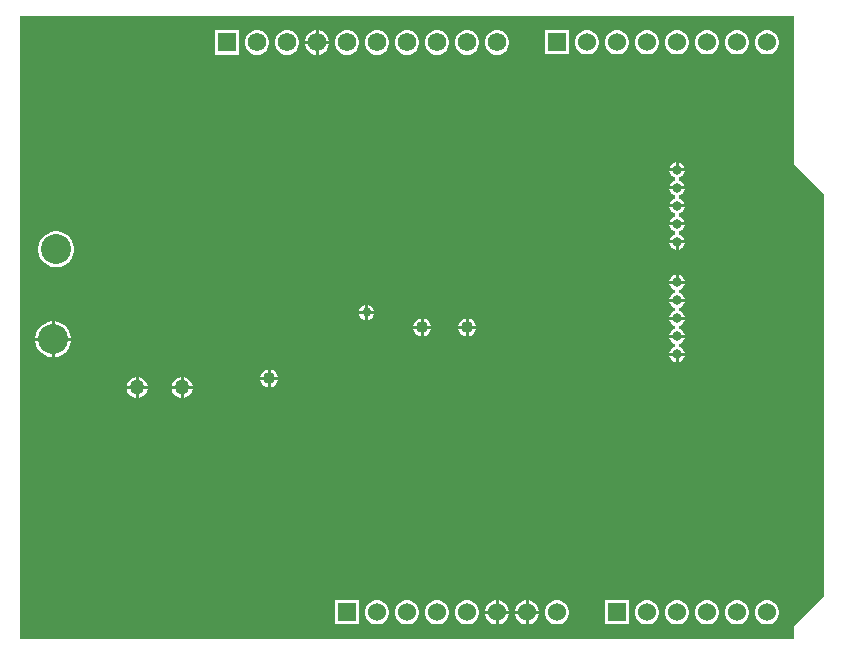
<source format=gbr>
%TF.GenerationSoftware,Altium Limited,Altium Designer,25.5.2 (35)*%
G04 Layer_Physical_Order=2*
G04 Layer_Color=16711680*
%FSLAX45Y45*%
%MOMM*%
%TF.SameCoordinates,BFD2D179-1F78-4762-B65C-0EBC3C109862*%
%TF.FilePolarity,Positive*%
%TF.FileFunction,Copper,L2,Bot,Signal*%
%TF.Part,Single*%
G01*
G75*
%TA.AperFunction,ComponentPad*%
%ADD21R,1.53000X1.53000*%
%ADD22C,1.53000*%
%ADD23C,1.57000*%
%ADD24R,1.57000X1.57000*%
%TA.AperFunction,ViaPad*%
%ADD25C,2.54000*%
%ADD26C,1.01600*%
%ADD27C,0.81280*%
%ADD28C,0.76200*%
%ADD29C,1.27000*%
G36*
X6578104Y4064001D02*
X6580075Y4054090D01*
X6585689Y4045688D01*
X6832104Y3799273D01*
Y391727D01*
X6585689Y145312D01*
X6580075Y136910D01*
X6578104Y126999D01*
Y25896D01*
X25896D01*
Y5308104D01*
X6578104D01*
Y4064001D01*
D02*
G37*
%LPC*%
G36*
X2553679Y5183900D02*
X2552700D01*
Y5092700D01*
X2643900D01*
Y5093679D01*
X2636819Y5120104D01*
X2623141Y5143796D01*
X2603796Y5163141D01*
X2580104Y5176819D01*
X2553679Y5183900D01*
D02*
G37*
G36*
X2527300D02*
X2526321D01*
X2499896Y5176819D01*
X2476204Y5163141D01*
X2456859Y5143796D01*
X2443181Y5120104D01*
X2436100Y5093679D01*
Y5092700D01*
X2527300D01*
Y5183900D01*
D02*
G37*
G36*
X6363416Y5181900D02*
X6336584D01*
X6310668Y5174956D01*
X6287432Y5161540D01*
X6268460Y5142568D01*
X6255044Y5119332D01*
X6248100Y5093416D01*
Y5066584D01*
X6255044Y5040668D01*
X6268460Y5017432D01*
X6287432Y4998460D01*
X6310668Y4985044D01*
X6336584Y4978100D01*
X6363416D01*
X6389332Y4985044D01*
X6412568Y4998460D01*
X6431540Y5017432D01*
X6444956Y5040668D01*
X6451900Y5066584D01*
Y5093416D01*
X6444956Y5119332D01*
X6431540Y5142568D01*
X6412568Y5161540D01*
X6389332Y5174956D01*
X6363416Y5181900D01*
D02*
G37*
G36*
X6109416D02*
X6082584D01*
X6056668Y5174956D01*
X6033432Y5161540D01*
X6014460Y5142568D01*
X6001044Y5119332D01*
X5994100Y5093416D01*
Y5066584D01*
X6001044Y5040668D01*
X6014460Y5017432D01*
X6033432Y4998460D01*
X6056668Y4985044D01*
X6082584Y4978100D01*
X6109416D01*
X6135332Y4985044D01*
X6158568Y4998460D01*
X6177540Y5017432D01*
X6190956Y5040668D01*
X6197900Y5066584D01*
Y5093416D01*
X6190956Y5119332D01*
X6177540Y5142568D01*
X6158568Y5161540D01*
X6135332Y5174956D01*
X6109416Y5181900D01*
D02*
G37*
G36*
X5855416D02*
X5828584D01*
X5802668Y5174956D01*
X5779432Y5161540D01*
X5760460Y5142568D01*
X5747044Y5119332D01*
X5740100Y5093416D01*
Y5066584D01*
X5747044Y5040668D01*
X5760460Y5017432D01*
X5779432Y4998460D01*
X5802668Y4985044D01*
X5828584Y4978100D01*
X5855416D01*
X5881332Y4985044D01*
X5904568Y4998460D01*
X5923540Y5017432D01*
X5936956Y5040668D01*
X5943900Y5066584D01*
Y5093416D01*
X5936956Y5119332D01*
X5923540Y5142568D01*
X5904568Y5161540D01*
X5881332Y5174956D01*
X5855416Y5181900D01*
D02*
G37*
G36*
X5601416D02*
X5574584D01*
X5548668Y5174956D01*
X5525432Y5161540D01*
X5506460Y5142568D01*
X5493044Y5119332D01*
X5486100Y5093416D01*
Y5066584D01*
X5493044Y5040668D01*
X5506460Y5017432D01*
X5525432Y4998460D01*
X5548668Y4985044D01*
X5574584Y4978100D01*
X5601416D01*
X5627332Y4985044D01*
X5650568Y4998460D01*
X5669540Y5017432D01*
X5682956Y5040668D01*
X5689900Y5066584D01*
Y5093416D01*
X5682956Y5119332D01*
X5669540Y5142568D01*
X5650568Y5161540D01*
X5627332Y5174956D01*
X5601416Y5181900D01*
D02*
G37*
G36*
X5347416D02*
X5320584D01*
X5294668Y5174956D01*
X5271432Y5161540D01*
X5252460Y5142568D01*
X5239044Y5119332D01*
X5232100Y5093416D01*
Y5066584D01*
X5239044Y5040668D01*
X5252460Y5017432D01*
X5271432Y4998460D01*
X5294668Y4985044D01*
X5320584Y4978100D01*
X5347416D01*
X5373332Y4985044D01*
X5396568Y4998460D01*
X5415540Y5017432D01*
X5428956Y5040668D01*
X5435900Y5066584D01*
Y5093416D01*
X5428956Y5119332D01*
X5415540Y5142568D01*
X5396568Y5161540D01*
X5373332Y5174956D01*
X5347416Y5181900D01*
D02*
G37*
G36*
X5093416D02*
X5066584D01*
X5040668Y5174956D01*
X5017432Y5161540D01*
X4998460Y5142568D01*
X4985044Y5119332D01*
X4978100Y5093416D01*
Y5066584D01*
X4985044Y5040668D01*
X4998460Y5017432D01*
X5017432Y4998460D01*
X5040668Y4985044D01*
X5066584Y4978100D01*
X5093416D01*
X5119332Y4985044D01*
X5142568Y4998460D01*
X5161540Y5017432D01*
X5174956Y5040668D01*
X5181900Y5066584D01*
Y5093416D01*
X5174956Y5119332D01*
X5161540Y5142568D01*
X5142568Y5161540D01*
X5119332Y5174956D01*
X5093416Y5181900D01*
D02*
G37*
G36*
X4839416D02*
X4812584D01*
X4786668Y5174956D01*
X4763432Y5161540D01*
X4744460Y5142568D01*
X4731044Y5119332D01*
X4724100Y5093416D01*
Y5066584D01*
X4731044Y5040668D01*
X4744460Y5017432D01*
X4763432Y4998460D01*
X4786668Y4985044D01*
X4812584Y4978100D01*
X4839416D01*
X4865332Y4985044D01*
X4888568Y4998460D01*
X4907540Y5017432D01*
X4920956Y5040668D01*
X4927900Y5066584D01*
Y5093416D01*
X4920956Y5119332D01*
X4907540Y5142568D01*
X4888568Y5161540D01*
X4865332Y5174956D01*
X4839416Y5181900D01*
D02*
G37*
G36*
X4673900D02*
X4470100D01*
Y4978100D01*
X4673900D01*
Y5181900D01*
D02*
G37*
G36*
X4077679Y5183900D02*
X4050321D01*
X4023896Y5176819D01*
X4000204Y5163141D01*
X3980859Y5143796D01*
X3967181Y5120104D01*
X3960100Y5093679D01*
Y5066321D01*
X3967181Y5039896D01*
X3980859Y5016204D01*
X4000204Y4996859D01*
X4023896Y4983181D01*
X4050321Y4976100D01*
X4077679D01*
X4104104Y4983181D01*
X4127796Y4996859D01*
X4147141Y5016204D01*
X4160819Y5039896D01*
X4167900Y5066321D01*
Y5093679D01*
X4160819Y5120104D01*
X4147141Y5143796D01*
X4127796Y5163141D01*
X4104104Y5176819D01*
X4077679Y5183900D01*
D02*
G37*
G36*
X3823679D02*
X3796321D01*
X3769896Y5176819D01*
X3746204Y5163141D01*
X3726859Y5143796D01*
X3713181Y5120104D01*
X3706100Y5093679D01*
Y5066321D01*
X3713181Y5039896D01*
X3726859Y5016204D01*
X3746204Y4996859D01*
X3769896Y4983181D01*
X3796321Y4976100D01*
X3823679D01*
X3850104Y4983181D01*
X3873796Y4996859D01*
X3893141Y5016204D01*
X3906819Y5039896D01*
X3913900Y5066321D01*
Y5093679D01*
X3906819Y5120104D01*
X3893141Y5143796D01*
X3873796Y5163141D01*
X3850104Y5176819D01*
X3823679Y5183900D01*
D02*
G37*
G36*
X3569679D02*
X3542321D01*
X3515896Y5176819D01*
X3492204Y5163141D01*
X3472859Y5143796D01*
X3459181Y5120104D01*
X3452100Y5093679D01*
Y5066321D01*
X3459181Y5039896D01*
X3472859Y5016204D01*
X3492204Y4996859D01*
X3515896Y4983181D01*
X3542321Y4976100D01*
X3569679D01*
X3596104Y4983181D01*
X3619796Y4996859D01*
X3639141Y5016204D01*
X3652819Y5039896D01*
X3659900Y5066321D01*
Y5093679D01*
X3652819Y5120104D01*
X3639141Y5143796D01*
X3619796Y5163141D01*
X3596104Y5176819D01*
X3569679Y5183900D01*
D02*
G37*
G36*
X3315679D02*
X3288321D01*
X3261896Y5176819D01*
X3238204Y5163141D01*
X3218859Y5143796D01*
X3205181Y5120104D01*
X3198100Y5093679D01*
Y5066321D01*
X3205181Y5039896D01*
X3218859Y5016204D01*
X3238204Y4996859D01*
X3261896Y4983181D01*
X3288321Y4976100D01*
X3315679D01*
X3342104Y4983181D01*
X3365796Y4996859D01*
X3385141Y5016204D01*
X3398819Y5039896D01*
X3405900Y5066321D01*
Y5093679D01*
X3398819Y5120104D01*
X3385141Y5143796D01*
X3365796Y5163141D01*
X3342104Y5176819D01*
X3315679Y5183900D01*
D02*
G37*
G36*
X3061679D02*
X3034321D01*
X3007896Y5176819D01*
X2984204Y5163141D01*
X2964859Y5143796D01*
X2951181Y5120104D01*
X2944100Y5093679D01*
Y5066321D01*
X2951181Y5039896D01*
X2964859Y5016204D01*
X2984204Y4996859D01*
X3007896Y4983181D01*
X3034321Y4976100D01*
X3061679D01*
X3088104Y4983181D01*
X3111796Y4996859D01*
X3131141Y5016204D01*
X3144819Y5039896D01*
X3151900Y5066321D01*
Y5093679D01*
X3144819Y5120104D01*
X3131141Y5143796D01*
X3111796Y5163141D01*
X3088104Y5176819D01*
X3061679Y5183900D01*
D02*
G37*
G36*
X2807679D02*
X2780321D01*
X2753896Y5176819D01*
X2730204Y5163141D01*
X2710859Y5143796D01*
X2697181Y5120104D01*
X2690100Y5093679D01*
Y5066321D01*
X2697181Y5039896D01*
X2710859Y5016204D01*
X2730204Y4996859D01*
X2753896Y4983181D01*
X2780321Y4976100D01*
X2807679D01*
X2834104Y4983181D01*
X2857796Y4996859D01*
X2877141Y5016204D01*
X2890819Y5039896D01*
X2897900Y5066321D01*
Y5093679D01*
X2890819Y5120104D01*
X2877141Y5143796D01*
X2857796Y5163141D01*
X2834104Y5176819D01*
X2807679Y5183900D01*
D02*
G37*
G36*
X2643900Y5067300D02*
X2552700D01*
Y4976100D01*
X2553679D01*
X2580104Y4983181D01*
X2603796Y4996859D01*
X2623141Y5016204D01*
X2636819Y5039896D01*
X2643900Y5066321D01*
Y5067300D01*
D02*
G37*
G36*
X2527300D02*
X2436100D01*
Y5066321D01*
X2443181Y5039896D01*
X2456859Y5016204D01*
X2476204Y4996859D01*
X2499896Y4983181D01*
X2526321Y4976100D01*
X2527300D01*
Y5067300D01*
D02*
G37*
G36*
X2299679Y5183900D02*
X2272321D01*
X2245896Y5176819D01*
X2222204Y5163141D01*
X2202859Y5143796D01*
X2189181Y5120104D01*
X2182100Y5093679D01*
Y5066321D01*
X2189181Y5039896D01*
X2202859Y5016204D01*
X2222204Y4996859D01*
X2245896Y4983181D01*
X2272321Y4976100D01*
X2299679D01*
X2326104Y4983181D01*
X2349796Y4996859D01*
X2369141Y5016204D01*
X2382819Y5039896D01*
X2389900Y5066321D01*
Y5093679D01*
X2382819Y5120104D01*
X2369141Y5143796D01*
X2349796Y5163141D01*
X2326104Y5176819D01*
X2299679Y5183900D01*
D02*
G37*
G36*
X2045679D02*
X2018321D01*
X1991896Y5176819D01*
X1968204Y5163141D01*
X1948859Y5143796D01*
X1935181Y5120104D01*
X1928100Y5093679D01*
Y5066321D01*
X1935181Y5039896D01*
X1948859Y5016204D01*
X1968204Y4996859D01*
X1991896Y4983181D01*
X2018321Y4976100D01*
X2045679D01*
X2072104Y4983181D01*
X2095796Y4996859D01*
X2115141Y5016204D01*
X2128819Y5039896D01*
X2135900Y5066321D01*
Y5093679D01*
X2128819Y5120104D01*
X2115141Y5143796D01*
X2095796Y5163141D01*
X2072104Y5176819D01*
X2045679Y5183900D01*
D02*
G37*
G36*
X1881900D02*
X1674100D01*
Y4976100D01*
X1881900D01*
Y5183900D01*
D02*
G37*
G36*
X5600700Y4065467D02*
Y4013200D01*
X5652967D01*
X5649540Y4025990D01*
X5640845Y4041050D01*
X5628550Y4053345D01*
X5613490Y4062040D01*
X5600700Y4065467D01*
D02*
G37*
G36*
X5575300D02*
X5562510Y4062040D01*
X5547450Y4053345D01*
X5535155Y4041050D01*
X5526460Y4025990D01*
X5523033Y4013200D01*
X5575300D01*
Y4065467D01*
D02*
G37*
G36*
X5652967Y3987800D02*
X5523033D01*
X5526460Y3975010D01*
X5535155Y3959950D01*
X5547450Y3947655D01*
X5562510Y3938960D01*
X5568154Y3937448D01*
Y3911152D01*
X5562510Y3909640D01*
X5547450Y3900945D01*
X5535155Y3888650D01*
X5526460Y3873590D01*
X5523033Y3860800D01*
X5652967D01*
X5649540Y3873590D01*
X5640845Y3888650D01*
X5628550Y3900945D01*
X5613490Y3909640D01*
X5607846Y3911152D01*
Y3937448D01*
X5613490Y3938960D01*
X5628550Y3947655D01*
X5640845Y3959950D01*
X5649540Y3975010D01*
X5652967Y3987800D01*
D02*
G37*
G36*
Y3835400D02*
X5523033D01*
X5526460Y3822610D01*
X5535155Y3807550D01*
X5547450Y3795255D01*
X5562510Y3786560D01*
X5568154Y3785048D01*
Y3758752D01*
X5562510Y3757240D01*
X5547450Y3748545D01*
X5535155Y3736250D01*
X5526460Y3721190D01*
X5523033Y3708400D01*
X5652967D01*
X5649540Y3721190D01*
X5640845Y3736250D01*
X5628550Y3748545D01*
X5613490Y3757240D01*
X5607846Y3758752D01*
Y3785048D01*
X5613490Y3786560D01*
X5628550Y3795255D01*
X5640845Y3807550D01*
X5649540Y3822610D01*
X5652967Y3835400D01*
D02*
G37*
G36*
Y3683000D02*
X5523033D01*
X5526460Y3670210D01*
X5535155Y3655150D01*
X5547450Y3642855D01*
X5562510Y3634160D01*
X5568154Y3632648D01*
Y3606352D01*
X5562510Y3604840D01*
X5547450Y3596145D01*
X5535155Y3583850D01*
X5526460Y3568790D01*
X5523033Y3556000D01*
X5652967D01*
X5649540Y3568790D01*
X5640845Y3583850D01*
X5628550Y3596145D01*
X5613490Y3604840D01*
X5607846Y3606352D01*
Y3632648D01*
X5613490Y3634160D01*
X5628550Y3642855D01*
X5640845Y3655150D01*
X5649540Y3670210D01*
X5652967Y3683000D01*
D02*
G37*
G36*
Y3530600D02*
X5523033D01*
X5526460Y3517810D01*
X5535155Y3502750D01*
X5547450Y3490455D01*
X5562510Y3481760D01*
X5568154Y3480248D01*
Y3453952D01*
X5562510Y3452440D01*
X5547450Y3443745D01*
X5535155Y3431450D01*
X5526460Y3416390D01*
X5523033Y3403600D01*
X5652967D01*
X5649540Y3416390D01*
X5640845Y3431450D01*
X5628550Y3443745D01*
X5613490Y3452440D01*
X5607846Y3453952D01*
Y3480248D01*
X5613490Y3481760D01*
X5628550Y3490455D01*
X5640845Y3502750D01*
X5649540Y3517810D01*
X5652967Y3530600D01*
D02*
G37*
G36*
Y3378200D02*
X5600700D01*
Y3325933D01*
X5613490Y3329360D01*
X5628550Y3338055D01*
X5640845Y3350350D01*
X5649540Y3365410D01*
X5652967Y3378200D01*
D02*
G37*
G36*
X5575300D02*
X5523033D01*
X5526460Y3365410D01*
X5535155Y3350350D01*
X5547450Y3338055D01*
X5562510Y3329360D01*
X5575300Y3325933D01*
Y3378200D01*
D02*
G37*
G36*
X345210Y3479800D02*
X315190D01*
X285746Y3473943D01*
X258011Y3462455D01*
X233051Y3445777D01*
X211823Y3424549D01*
X195145Y3399589D01*
X183657Y3371854D01*
X177800Y3342410D01*
Y3312390D01*
X183657Y3282946D01*
X195145Y3255211D01*
X211823Y3230251D01*
X233051Y3209023D01*
X258011Y3192345D01*
X285746Y3180857D01*
X315190Y3175000D01*
X345210D01*
X374654Y3180857D01*
X402389Y3192345D01*
X427349Y3209023D01*
X448577Y3230251D01*
X465255Y3255211D01*
X476743Y3282946D01*
X482600Y3312390D01*
Y3342410D01*
X476743Y3371854D01*
X465255Y3399589D01*
X448577Y3424549D01*
X427349Y3445777D01*
X402389Y3462455D01*
X374654Y3473943D01*
X345210Y3479800D01*
D02*
G37*
G36*
X5600700Y3112967D02*
Y3060700D01*
X5652967D01*
X5649540Y3073490D01*
X5640845Y3088550D01*
X5628550Y3100845D01*
X5613490Y3109540D01*
X5600700Y3112967D01*
D02*
G37*
G36*
X5575300D02*
X5562510Y3109540D01*
X5547450Y3100845D01*
X5535155Y3088550D01*
X5526460Y3073490D01*
X5523033Y3060700D01*
X5575300D01*
Y3112967D01*
D02*
G37*
G36*
X5652967Y3035300D02*
X5523033D01*
X5526460Y3022510D01*
X5535155Y3007450D01*
X5547450Y2995155D01*
X5562510Y2986460D01*
X5568154Y2984948D01*
Y2958652D01*
X5562510Y2957140D01*
X5547450Y2948445D01*
X5535155Y2936150D01*
X5526460Y2921090D01*
X5523033Y2908300D01*
X5652967D01*
X5649540Y2921090D01*
X5640845Y2936150D01*
X5628550Y2948445D01*
X5613490Y2957140D01*
X5607846Y2958652D01*
Y2984948D01*
X5613490Y2986460D01*
X5628550Y2995155D01*
X5640845Y3007450D01*
X5649540Y3022510D01*
X5652967Y3035300D01*
D02*
G37*
G36*
X2971800Y2857471D02*
Y2806700D01*
X3022571D01*
X3012933Y2829970D01*
X2995070Y2847833D01*
X2971800Y2857471D01*
D02*
G37*
G36*
X2946400D02*
X2923130Y2847833D01*
X2905267Y2829970D01*
X2895629Y2806700D01*
X2946400D01*
Y2857471D01*
D02*
G37*
G36*
X5652967Y2882900D02*
X5523033D01*
X5526460Y2870110D01*
X5535155Y2855050D01*
X5547450Y2842755D01*
X5562510Y2834060D01*
X5568154Y2832548D01*
Y2806252D01*
X5562510Y2804740D01*
X5547450Y2796045D01*
X5535155Y2783750D01*
X5526460Y2768690D01*
X5523033Y2755900D01*
X5652967D01*
X5649540Y2768690D01*
X5640845Y2783750D01*
X5628550Y2796045D01*
X5613490Y2804740D01*
X5607846Y2806252D01*
Y2832548D01*
X5613490Y2834060D01*
X5628550Y2842755D01*
X5640845Y2855050D01*
X5649540Y2870110D01*
X5652967Y2882900D01*
D02*
G37*
G36*
X3022571Y2781300D02*
X2971800D01*
Y2730529D01*
X2995070Y2740167D01*
X3012933Y2758030D01*
X3022571Y2781300D01*
D02*
G37*
G36*
X2946400D02*
X2895629D01*
X2905267Y2758030D01*
X2923130Y2740167D01*
X2946400Y2730529D01*
Y2781300D01*
D02*
G37*
G36*
X3822700Y2742485D02*
Y2679700D01*
X3885485D01*
X3881007Y2696412D01*
X3870975Y2713788D01*
X3856788Y2727975D01*
X3839412Y2738007D01*
X3822700Y2742485D01*
D02*
G37*
G36*
X3797300D02*
X3780588Y2738007D01*
X3763212Y2727975D01*
X3749025Y2713788D01*
X3738993Y2696412D01*
X3734515Y2679700D01*
X3797300D01*
Y2742485D01*
D02*
G37*
G36*
X3441700D02*
Y2679700D01*
X3504485D01*
X3500007Y2696412D01*
X3489975Y2713788D01*
X3475788Y2727975D01*
X3458412Y2738007D01*
X3441700Y2742485D01*
D02*
G37*
G36*
X3416300D02*
X3399588Y2738007D01*
X3382212Y2727975D01*
X3368025Y2713788D01*
X3357993Y2696412D01*
X3353515Y2679700D01*
X3416300D01*
Y2742485D01*
D02*
G37*
G36*
X5652967Y2730500D02*
X5523033D01*
X5526460Y2717710D01*
X5535155Y2702650D01*
X5547450Y2690355D01*
X5562510Y2681660D01*
X5568154Y2680148D01*
Y2653852D01*
X5562510Y2652340D01*
X5547450Y2643645D01*
X5535155Y2631350D01*
X5526460Y2616290D01*
X5523033Y2603500D01*
X5652967D01*
X5649540Y2616290D01*
X5640845Y2631350D01*
X5628550Y2643645D01*
X5613490Y2652340D01*
X5607846Y2653852D01*
Y2680148D01*
X5613490Y2681660D01*
X5628550Y2690355D01*
X5640845Y2702650D01*
X5649540Y2717710D01*
X5652967Y2730500D01*
D02*
G37*
G36*
X3885485Y2654300D02*
X3822700D01*
Y2591515D01*
X3839412Y2595993D01*
X3856788Y2606025D01*
X3870975Y2620212D01*
X3881007Y2637588D01*
X3885485Y2654300D01*
D02*
G37*
G36*
X3797300D02*
X3734515D01*
X3738993Y2637588D01*
X3749025Y2620212D01*
X3763212Y2606025D01*
X3780588Y2595993D01*
X3797300Y2591515D01*
Y2654300D01*
D02*
G37*
G36*
X3504485D02*
X3441700D01*
Y2591515D01*
X3458412Y2595993D01*
X3475788Y2606025D01*
X3489975Y2620212D01*
X3500007Y2637588D01*
X3504485Y2654300D01*
D02*
G37*
G36*
X3416300D02*
X3353515D01*
X3357993Y2637588D01*
X3368025Y2620212D01*
X3382212Y2606025D01*
X3399588Y2595993D01*
X3416300Y2591515D01*
Y2654300D01*
D02*
G37*
G36*
X319810Y2717800D02*
X317500D01*
Y2578100D01*
X457200D01*
Y2580410D01*
X451343Y2609854D01*
X439855Y2637589D01*
X423177Y2662549D01*
X401949Y2683777D01*
X376989Y2700455D01*
X349254Y2711943D01*
X319810Y2717800D01*
D02*
G37*
G36*
X292100D02*
X289790D01*
X260346Y2711943D01*
X232611Y2700455D01*
X207651Y2683777D01*
X186423Y2662549D01*
X169745Y2637589D01*
X158257Y2609854D01*
X152400Y2580410D01*
Y2578100D01*
X292100D01*
Y2717800D01*
D02*
G37*
G36*
X5652967Y2578100D02*
X5523033D01*
X5526460Y2565310D01*
X5535155Y2550250D01*
X5547450Y2537955D01*
X5562510Y2529260D01*
X5568154Y2527748D01*
Y2501452D01*
X5562510Y2499940D01*
X5547450Y2491245D01*
X5535155Y2478950D01*
X5526460Y2463890D01*
X5523033Y2451100D01*
X5652967D01*
X5649540Y2463890D01*
X5640845Y2478950D01*
X5628550Y2491245D01*
X5613490Y2499940D01*
X5607846Y2501452D01*
Y2527748D01*
X5613490Y2529260D01*
X5628550Y2537955D01*
X5640845Y2550250D01*
X5649540Y2565310D01*
X5652967Y2578100D01*
D02*
G37*
G36*
X457200Y2552700D02*
X317500D01*
Y2413000D01*
X319810D01*
X349254Y2418857D01*
X376989Y2430345D01*
X401949Y2447023D01*
X423177Y2468251D01*
X439855Y2493211D01*
X451343Y2520946D01*
X457200Y2550390D01*
Y2552700D01*
D02*
G37*
G36*
X292100D02*
X152400D01*
Y2550390D01*
X158257Y2520946D01*
X169745Y2493211D01*
X186423Y2468251D01*
X207651Y2447023D01*
X232611Y2430345D01*
X260346Y2418857D01*
X289790Y2413000D01*
X292100D01*
Y2552700D01*
D02*
G37*
G36*
X5652967Y2425700D02*
X5600700D01*
Y2373433D01*
X5613490Y2376860D01*
X5628550Y2385555D01*
X5640845Y2397850D01*
X5649540Y2412910D01*
X5652967Y2425700D01*
D02*
G37*
G36*
X5575300D02*
X5523033D01*
X5526460Y2412910D01*
X5535155Y2397850D01*
X5547450Y2385555D01*
X5562510Y2376860D01*
X5575300Y2373433D01*
Y2425700D01*
D02*
G37*
G36*
X2146300Y2310685D02*
Y2247900D01*
X2209085D01*
X2204607Y2264612D01*
X2194575Y2281988D01*
X2180388Y2296175D01*
X2163012Y2306207D01*
X2146300Y2310685D01*
D02*
G37*
G36*
X2120900D02*
X2104188Y2306207D01*
X2086812Y2296175D01*
X2072625Y2281988D01*
X2062593Y2264612D01*
X2058115Y2247900D01*
X2120900D01*
Y2310685D01*
D02*
G37*
G36*
X1409700Y2247633D02*
Y2171700D01*
X1485633D01*
X1479842Y2193314D01*
X1468138Y2213586D01*
X1451586Y2230138D01*
X1431314Y2241842D01*
X1409700Y2247633D01*
D02*
G37*
G36*
X1384300D02*
X1362686Y2241842D01*
X1342414Y2230138D01*
X1325862Y2213586D01*
X1314158Y2193314D01*
X1308367Y2171700D01*
X1384300D01*
Y2247633D01*
D02*
G37*
G36*
X1028700D02*
Y2171700D01*
X1104633D01*
X1098842Y2193314D01*
X1087138Y2213586D01*
X1070586Y2230138D01*
X1050314Y2241842D01*
X1028700Y2247633D01*
D02*
G37*
G36*
X1003300D02*
X981686Y2241842D01*
X961414Y2230138D01*
X944862Y2213586D01*
X933158Y2193314D01*
X927367Y2171700D01*
X1003300D01*
Y2247633D01*
D02*
G37*
G36*
X2209085Y2222500D02*
X2146300D01*
Y2159715D01*
X2163012Y2164193D01*
X2180388Y2174225D01*
X2194575Y2188412D01*
X2204607Y2205788D01*
X2209085Y2222500D01*
D02*
G37*
G36*
X2120900D02*
X2058115D01*
X2062593Y2205788D01*
X2072625Y2188412D01*
X2086812Y2174225D01*
X2104188Y2164193D01*
X2120900Y2159715D01*
Y2222500D01*
D02*
G37*
G36*
X1485633Y2146300D02*
X1409700D01*
Y2070367D01*
X1431314Y2076158D01*
X1451586Y2087862D01*
X1468138Y2104414D01*
X1479842Y2124686D01*
X1485633Y2146300D01*
D02*
G37*
G36*
X1384300D02*
X1308367D01*
X1314158Y2124686D01*
X1325862Y2104414D01*
X1342414Y2087862D01*
X1362686Y2076158D01*
X1384300Y2070367D01*
Y2146300D01*
D02*
G37*
G36*
X1104633D02*
X1028700D01*
Y2070367D01*
X1050314Y2076158D01*
X1070586Y2087862D01*
X1087138Y2104414D01*
X1098842Y2124686D01*
X1104633Y2146300D01*
D02*
G37*
G36*
X1003300D02*
X927367D01*
X933158Y2124686D01*
X944862Y2104414D01*
X961414Y2087862D01*
X981686Y2076158D01*
X1003300Y2070367D01*
Y2146300D01*
D02*
G37*
G36*
X4331416Y355900D02*
X4330700D01*
Y266700D01*
X4419900D01*
Y267416D01*
X4412956Y293332D01*
X4399540Y316568D01*
X4380568Y335540D01*
X4357332Y348956D01*
X4331416Y355900D01*
D02*
G37*
G36*
X4077416D02*
X4076700D01*
Y266700D01*
X4165900D01*
Y267416D01*
X4158956Y293332D01*
X4145540Y316568D01*
X4126568Y335540D01*
X4103332Y348956D01*
X4077416Y355900D01*
D02*
G37*
G36*
X4305300D02*
X4304584D01*
X4278668Y348956D01*
X4255432Y335540D01*
X4236460Y316568D01*
X4223044Y293332D01*
X4216100Y267416D01*
Y266700D01*
X4305300D01*
Y355900D01*
D02*
G37*
G36*
X4051300D02*
X4050584D01*
X4024668Y348956D01*
X4001432Y335540D01*
X3982460Y316568D01*
X3969044Y293332D01*
X3962100Y267416D01*
Y266700D01*
X4051300D01*
Y355900D01*
D02*
G37*
G36*
X6363416D02*
X6336584D01*
X6310668Y348956D01*
X6287432Y335540D01*
X6268460Y316568D01*
X6255044Y293332D01*
X6248100Y267416D01*
Y240584D01*
X6255044Y214668D01*
X6268460Y191432D01*
X6287432Y172460D01*
X6310668Y159044D01*
X6336584Y152100D01*
X6363416D01*
X6389332Y159044D01*
X6412568Y172460D01*
X6431540Y191432D01*
X6444956Y214668D01*
X6451900Y240584D01*
Y267416D01*
X6444956Y293332D01*
X6431540Y316568D01*
X6412568Y335540D01*
X6389332Y348956D01*
X6363416Y355900D01*
D02*
G37*
G36*
X6109416D02*
X6082584D01*
X6056668Y348956D01*
X6033432Y335540D01*
X6014460Y316568D01*
X6001044Y293332D01*
X5994100Y267416D01*
Y240584D01*
X6001044Y214668D01*
X6014460Y191432D01*
X6033432Y172460D01*
X6056668Y159044D01*
X6082584Y152100D01*
X6109416D01*
X6135332Y159044D01*
X6158568Y172460D01*
X6177540Y191432D01*
X6190956Y214668D01*
X6197900Y240584D01*
Y267416D01*
X6190956Y293332D01*
X6177540Y316568D01*
X6158568Y335540D01*
X6135332Y348956D01*
X6109416Y355900D01*
D02*
G37*
G36*
X5855416D02*
X5828584D01*
X5802668Y348956D01*
X5779432Y335540D01*
X5760460Y316568D01*
X5747044Y293332D01*
X5740100Y267416D01*
Y240584D01*
X5747044Y214668D01*
X5760460Y191432D01*
X5779432Y172460D01*
X5802668Y159044D01*
X5828584Y152100D01*
X5855416D01*
X5881332Y159044D01*
X5904568Y172460D01*
X5923540Y191432D01*
X5936956Y214668D01*
X5943900Y240584D01*
Y267416D01*
X5936956Y293332D01*
X5923540Y316568D01*
X5904568Y335540D01*
X5881332Y348956D01*
X5855416Y355900D01*
D02*
G37*
G36*
X5601416D02*
X5574584D01*
X5548668Y348956D01*
X5525432Y335540D01*
X5506460Y316568D01*
X5493044Y293332D01*
X5486100Y267416D01*
Y240584D01*
X5493044Y214668D01*
X5506460Y191432D01*
X5525432Y172460D01*
X5548668Y159044D01*
X5574584Y152100D01*
X5601416D01*
X5627332Y159044D01*
X5650568Y172460D01*
X5669540Y191432D01*
X5682956Y214668D01*
X5689900Y240584D01*
Y267416D01*
X5682956Y293332D01*
X5669540Y316568D01*
X5650568Y335540D01*
X5627332Y348956D01*
X5601416Y355900D01*
D02*
G37*
G36*
X5347416D02*
X5320584D01*
X5294668Y348956D01*
X5271432Y335540D01*
X5252460Y316568D01*
X5239044Y293332D01*
X5232100Y267416D01*
Y240584D01*
X5239044Y214668D01*
X5252460Y191432D01*
X5271432Y172460D01*
X5294668Y159044D01*
X5320584Y152100D01*
X5347416D01*
X5373332Y159044D01*
X5396568Y172460D01*
X5415540Y191432D01*
X5428956Y214668D01*
X5435900Y240584D01*
Y267416D01*
X5428956Y293332D01*
X5415540Y316568D01*
X5396568Y335540D01*
X5373332Y348956D01*
X5347416Y355900D01*
D02*
G37*
G36*
X5181900D02*
X4978100D01*
Y152100D01*
X5181900D01*
Y355900D01*
D02*
G37*
G36*
X4585416D02*
X4558584D01*
X4532668Y348956D01*
X4509432Y335540D01*
X4490460Y316568D01*
X4477044Y293332D01*
X4470100Y267416D01*
Y240584D01*
X4477044Y214668D01*
X4490460Y191432D01*
X4509432Y172460D01*
X4532668Y159044D01*
X4558584Y152100D01*
X4585416D01*
X4611332Y159044D01*
X4634568Y172460D01*
X4653540Y191432D01*
X4666956Y214668D01*
X4673900Y240584D01*
Y267416D01*
X4666956Y293332D01*
X4653540Y316568D01*
X4634568Y335540D01*
X4611332Y348956D01*
X4585416Y355900D01*
D02*
G37*
G36*
X4419900Y241300D02*
X4330700D01*
Y152100D01*
X4331416D01*
X4357332Y159044D01*
X4380568Y172460D01*
X4399540Y191432D01*
X4412956Y214668D01*
X4419900Y240584D01*
Y241300D01*
D02*
G37*
G36*
X4305300D02*
X4216100D01*
Y240584D01*
X4223044Y214668D01*
X4236460Y191432D01*
X4255432Y172460D01*
X4278668Y159044D01*
X4304584Y152100D01*
X4305300D01*
Y241300D01*
D02*
G37*
G36*
X4165900D02*
X4076700D01*
Y152100D01*
X4077416D01*
X4103332Y159044D01*
X4126568Y172460D01*
X4145540Y191432D01*
X4158956Y214668D01*
X4165900Y240584D01*
Y241300D01*
D02*
G37*
G36*
X4051300D02*
X3962100D01*
Y240584D01*
X3969044Y214668D01*
X3982460Y191432D01*
X4001432Y172460D01*
X4024668Y159044D01*
X4050584Y152100D01*
X4051300D01*
Y241300D01*
D02*
G37*
G36*
X3823416Y355900D02*
X3796584D01*
X3770668Y348956D01*
X3747432Y335540D01*
X3728460Y316568D01*
X3715044Y293332D01*
X3708100Y267416D01*
Y240584D01*
X3715044Y214668D01*
X3728460Y191432D01*
X3747432Y172460D01*
X3770668Y159044D01*
X3796584Y152100D01*
X3823416D01*
X3849332Y159044D01*
X3872568Y172460D01*
X3891540Y191432D01*
X3904956Y214668D01*
X3911900Y240584D01*
Y267416D01*
X3904956Y293332D01*
X3891540Y316568D01*
X3872568Y335540D01*
X3849332Y348956D01*
X3823416Y355900D01*
D02*
G37*
G36*
X3569416D02*
X3542584D01*
X3516668Y348956D01*
X3493432Y335540D01*
X3474460Y316568D01*
X3461044Y293332D01*
X3454100Y267416D01*
Y240584D01*
X3461044Y214668D01*
X3474460Y191432D01*
X3493432Y172460D01*
X3516668Y159044D01*
X3542584Y152100D01*
X3569416D01*
X3595332Y159044D01*
X3618568Y172460D01*
X3637540Y191432D01*
X3650956Y214668D01*
X3657900Y240584D01*
Y267416D01*
X3650956Y293332D01*
X3637540Y316568D01*
X3618568Y335540D01*
X3595332Y348956D01*
X3569416Y355900D01*
D02*
G37*
G36*
X3315416D02*
X3288584D01*
X3262668Y348956D01*
X3239432Y335540D01*
X3220460Y316568D01*
X3207044Y293332D01*
X3200100Y267416D01*
Y240584D01*
X3207044Y214668D01*
X3220460Y191432D01*
X3239432Y172460D01*
X3262668Y159044D01*
X3288584Y152100D01*
X3315416D01*
X3341332Y159044D01*
X3364568Y172460D01*
X3383540Y191432D01*
X3396956Y214668D01*
X3403900Y240584D01*
Y267416D01*
X3396956Y293332D01*
X3383540Y316568D01*
X3364568Y335540D01*
X3341332Y348956D01*
X3315416Y355900D01*
D02*
G37*
G36*
X3061416D02*
X3034584D01*
X3008668Y348956D01*
X2985432Y335540D01*
X2966460Y316568D01*
X2953044Y293332D01*
X2946100Y267416D01*
Y240584D01*
X2953044Y214668D01*
X2966460Y191432D01*
X2985432Y172460D01*
X3008668Y159044D01*
X3034584Y152100D01*
X3061416D01*
X3087332Y159044D01*
X3110568Y172460D01*
X3129540Y191432D01*
X3142956Y214668D01*
X3149900Y240584D01*
Y267416D01*
X3142956Y293332D01*
X3129540Y316568D01*
X3110568Y335540D01*
X3087332Y348956D01*
X3061416Y355900D01*
D02*
G37*
G36*
X2895900D02*
X2692100D01*
Y152100D01*
X2895900D01*
Y355900D01*
D02*
G37*
%LPD*%
D21*
X4572000Y5080000D02*
D03*
X5080000Y254000D02*
D03*
X2794000D02*
D03*
D22*
X4826000Y5080000D02*
D03*
X5080000D02*
D03*
X5334000D02*
D03*
X5588000D02*
D03*
X5842000D02*
D03*
X6096000D02*
D03*
X6350000D02*
D03*
X5334000Y254000D02*
D03*
X5588000D02*
D03*
X5842000D02*
D03*
X6096000D02*
D03*
X6350000D02*
D03*
X3048000D02*
D03*
X3302000D02*
D03*
X3556000D02*
D03*
X3810000D02*
D03*
X4572000D02*
D03*
X4064000D02*
D03*
X4318000D02*
D03*
D23*
X4064000Y5080000D02*
D03*
X3810000D02*
D03*
X3556000D02*
D03*
X3302000D02*
D03*
X3048000D02*
D03*
X2794000D02*
D03*
X2286000D02*
D03*
X2032000D02*
D03*
X2540000D02*
D03*
D24*
X1778000D02*
D03*
D25*
X304800Y2565400D02*
D03*
X330200Y3327400D02*
D03*
D26*
X3810000Y2667000D02*
D03*
X2133600Y2235200D02*
D03*
X3429000Y2667000D02*
D03*
D27*
X5588000Y2438400D02*
D03*
Y2743200D02*
D03*
Y3390900D02*
D03*
Y3048000D02*
D03*
Y2895600D02*
D03*
Y3543300D02*
D03*
Y3848100D02*
D03*
Y2590800D02*
D03*
Y4000500D02*
D03*
Y3695700D02*
D03*
D28*
X2959100Y2794000D02*
D03*
D29*
X1397000Y2159000D02*
D03*
X1016000D02*
D03*
%TF.MD5,f45c7e234b2bd3cd4f8095872b1838cd*%
M02*

</source>
